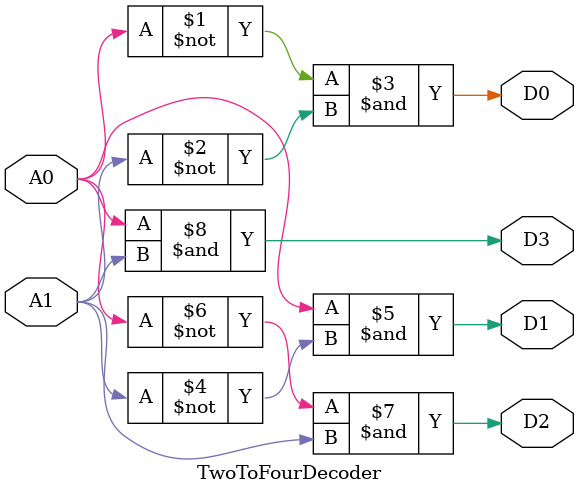
<source format=v>
module TwoToFourDecoder (
    input A0,
    input A1,
    output D0,
    output D1,
    output D2,
    output D3
);

and andgate1(D0,~A0,~A1);
and andgate2(D1,A0,~A1);
and andgate3(D2,~A0,A1);
and andgate4(D3,A0,A1);

endmodule
</source>
